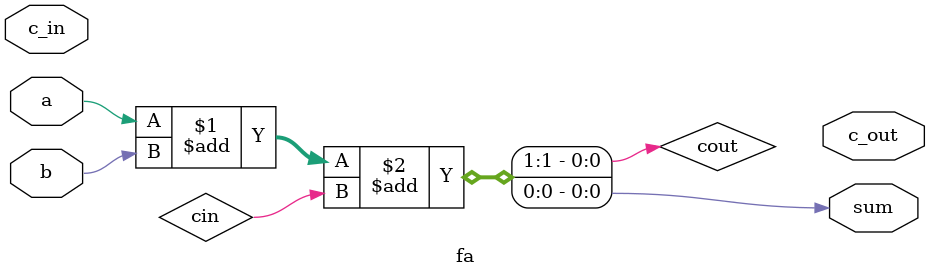
<source format=v>
module fa(output wire c_out, sum, input wire a, b, c_in); 

  assign {cout, sum} = a + b + cin; 

endmodule

</source>
